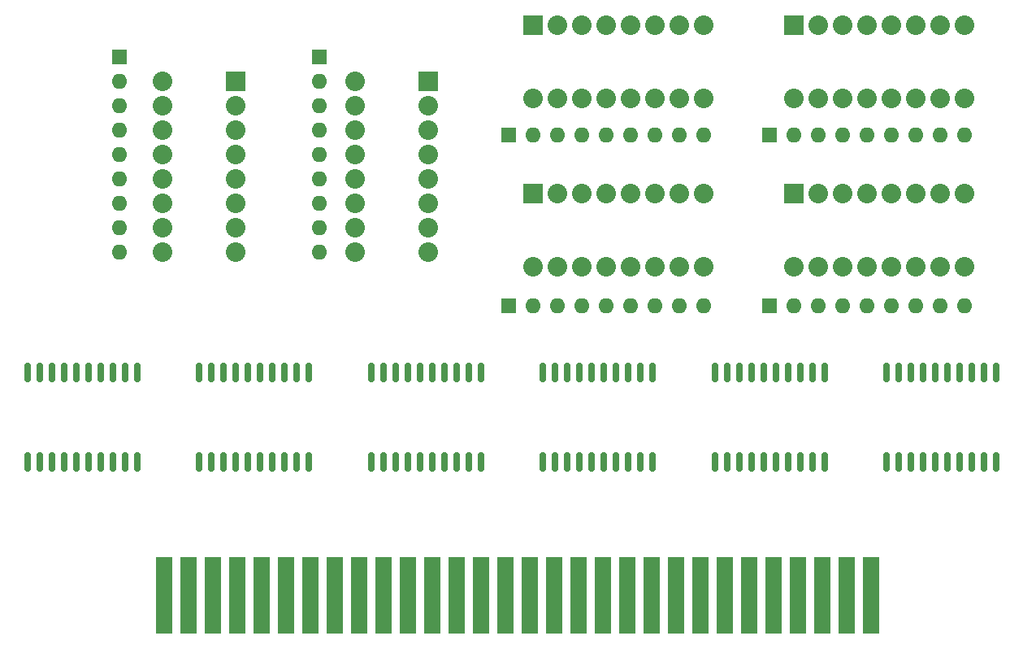
<source format=gbr>
%TF.GenerationSoftware,KiCad,Pcbnew,8.0.2*%
%TF.CreationDate,2025-01-11T19:36:36+01:00*%
%TF.ProjectId,bytecradle-6502-expansion-board,62797465-6372-4616-946c-652d36353032,rev?*%
%TF.SameCoordinates,Original*%
%TF.FileFunction,Soldermask,Bot*%
%TF.FilePolarity,Negative*%
%FSLAX46Y46*%
G04 Gerber Fmt 4.6, Leading zero omitted, Abs format (unit mm)*
G04 Created by KiCad (PCBNEW 8.0.2) date 2025-01-11 19:36:36*
%MOMM*%
%LPD*%
G01*
G04 APERTURE LIST*
G04 Aperture macros list*
%AMRoundRect*
0 Rectangle with rounded corners*
0 $1 Rounding radius*
0 $2 $3 $4 $5 $6 $7 $8 $9 X,Y pos of 4 corners*
0 Add a 4 corners polygon primitive as box body*
4,1,4,$2,$3,$4,$5,$6,$7,$8,$9,$2,$3,0*
0 Add four circle primitives for the rounded corners*
1,1,$1+$1,$2,$3*
1,1,$1+$1,$4,$5*
1,1,$1+$1,$6,$7*
1,1,$1+$1,$8,$9*
0 Add four rect primitives between the rounded corners*
20,1,$1+$1,$2,$3,$4,$5,0*
20,1,$1+$1,$4,$5,$6,$7,0*
20,1,$1+$1,$6,$7,$8,$9,0*
20,1,$1+$1,$8,$9,$2,$3,0*%
G04 Aperture macros list end*
%ADD10R,1.600000X1.600000*%
%ADD11O,1.600000X1.600000*%
%ADD12R,2.032000X2.032000*%
%ADD13C,2.032000*%
%ADD14R,1.800000X8.000000*%
%ADD15RoundRect,0.150000X-0.150000X0.875000X-0.150000X-0.875000X0.150000X-0.875000X0.150000X0.875000X0*%
G04 APERTURE END LIST*
D10*
%TO.C,RN6*%
X122174000Y-84328000D03*
D11*
X124714000Y-84328000D03*
X127254000Y-84328000D03*
X129794000Y-84328000D03*
X132334000Y-84328000D03*
X134874000Y-84328000D03*
X137414000Y-84328000D03*
X139954000Y-84328000D03*
X142494000Y-84328000D03*
%TD*%
D10*
%TO.C,RN5*%
X75291500Y-58420000D03*
D11*
X75291500Y-60960000D03*
X75291500Y-63500000D03*
X75291500Y-66040000D03*
X75291500Y-68580000D03*
X75291500Y-71120000D03*
X75291500Y-73660000D03*
X75291500Y-76200000D03*
X75291500Y-78740000D03*
%TD*%
D10*
%TO.C,RN4*%
X54463500Y-58420000D03*
D11*
X54463500Y-60960000D03*
X54463500Y-63500000D03*
X54463500Y-66040000D03*
X54463500Y-68580000D03*
X54463500Y-71120000D03*
X54463500Y-73660000D03*
X54463500Y-76200000D03*
X54463500Y-78740000D03*
%TD*%
D10*
%TO.C,RN3*%
X94996000Y-84328000D03*
D11*
X97536000Y-84328000D03*
X100076000Y-84328000D03*
X102616000Y-84328000D03*
X105156000Y-84328000D03*
X107696000Y-84328000D03*
X110236000Y-84328000D03*
X112776000Y-84328000D03*
X115316000Y-84328000D03*
%TD*%
D10*
%TO.C,RN2*%
X122174000Y-66548000D03*
D11*
X124714000Y-66548000D03*
X127254000Y-66548000D03*
X129794000Y-66548000D03*
X132334000Y-66548000D03*
X134874000Y-66548000D03*
X137414000Y-66548000D03*
X139954000Y-66548000D03*
X142494000Y-66548000D03*
%TD*%
D10*
%TO.C,RN1*%
X94996000Y-66548000D03*
D11*
X97536000Y-66548000D03*
X100076000Y-66548000D03*
X102616000Y-66548000D03*
X105156000Y-66548000D03*
X107696000Y-66548000D03*
X110236000Y-66548000D03*
X112776000Y-66548000D03*
X115316000Y-66548000D03*
%TD*%
D12*
%TO.C,BAR6*%
X124714000Y-72644000D03*
D13*
X127254000Y-72644000D03*
X129794000Y-72644000D03*
X132334000Y-72644000D03*
X134874000Y-72644000D03*
X137414000Y-72644000D03*
X139954000Y-72644000D03*
X142494000Y-72644000D03*
X142494000Y-80264000D03*
X139954000Y-80264000D03*
X137414000Y-80264000D03*
X134874000Y-80264000D03*
X132334000Y-80264000D03*
X129794000Y-80264000D03*
X127254000Y-80264000D03*
X124714000Y-80264000D03*
%TD*%
D12*
%TO.C,BAR5*%
X86614000Y-60960000D03*
D13*
X86614000Y-63500000D03*
X86614000Y-66040000D03*
X86614000Y-68580000D03*
X86614000Y-71120000D03*
X86614000Y-73660000D03*
X86614000Y-76200000D03*
X86614000Y-78740000D03*
X78994000Y-78740000D03*
X78994000Y-76200000D03*
X78994000Y-73660000D03*
X78994000Y-71120000D03*
X78994000Y-68580000D03*
X78994000Y-66040000D03*
X78994000Y-63500000D03*
X78994000Y-60960000D03*
%TD*%
D12*
%TO.C,BAR4*%
X66548000Y-60960000D03*
D13*
X66548000Y-63500000D03*
X66548000Y-66040000D03*
X66548000Y-68580000D03*
X66548000Y-71120000D03*
X66548000Y-73660000D03*
X66548000Y-76200000D03*
X66548000Y-78740000D03*
X58928000Y-78740000D03*
X58928000Y-76200000D03*
X58928000Y-73660000D03*
X58928000Y-71120000D03*
X58928000Y-68580000D03*
X58928000Y-66040000D03*
X58928000Y-63500000D03*
X58928000Y-60960000D03*
%TD*%
D12*
%TO.C,BAR3*%
X97536000Y-72644000D03*
D13*
X100076000Y-72644000D03*
X102616000Y-72644000D03*
X105156000Y-72644000D03*
X107696000Y-72644000D03*
X110236000Y-72644000D03*
X112776000Y-72644000D03*
X115316000Y-72644000D03*
X115316000Y-80264000D03*
X112776000Y-80264000D03*
X110236000Y-80264000D03*
X107696000Y-80264000D03*
X105156000Y-80264000D03*
X102616000Y-80264000D03*
X100076000Y-80264000D03*
X97536000Y-80264000D03*
%TD*%
D12*
%TO.C,BAR2*%
X124714000Y-55118000D03*
D13*
X127254000Y-55118000D03*
X129794000Y-55118000D03*
X132334000Y-55118000D03*
X134874000Y-55118000D03*
X137414000Y-55118000D03*
X139954000Y-55118000D03*
X142494000Y-55118000D03*
X142494000Y-62738000D03*
X139954000Y-62738000D03*
X137414000Y-62738000D03*
X134874000Y-62738000D03*
X132334000Y-62738000D03*
X129794000Y-62738000D03*
X127254000Y-62738000D03*
X124714000Y-62738000D03*
%TD*%
D12*
%TO.C,BAR1*%
X97536000Y-55118000D03*
D13*
X100076000Y-55118000D03*
X102616000Y-55118000D03*
X105156000Y-55118000D03*
X107696000Y-55118000D03*
X110236000Y-55118000D03*
X112776000Y-55118000D03*
X115316000Y-55118000D03*
X115316000Y-62738000D03*
X112776000Y-62738000D03*
X110236000Y-62738000D03*
X107696000Y-62738000D03*
X105156000Y-62738000D03*
X102616000Y-62738000D03*
X100076000Y-62738000D03*
X97536000Y-62738000D03*
%TD*%
D14*
%TO.C,J1*%
X132785000Y-114427000D03*
X130245000Y-114427000D03*
X127705000Y-114427000D03*
X125165000Y-114427000D03*
X122625000Y-114427000D03*
X120085000Y-114427000D03*
X117545000Y-114427000D03*
X115005000Y-114427000D03*
X112465000Y-114427000D03*
X109925000Y-114427000D03*
X107385000Y-114427000D03*
X104845000Y-114427000D03*
X102305000Y-114427000D03*
X99765000Y-114427000D03*
X97225000Y-114427000D03*
X94685000Y-114427000D03*
X92145000Y-114427000D03*
X89605000Y-114427000D03*
X87065000Y-114427000D03*
X84525000Y-114427000D03*
X81985000Y-114427000D03*
X79445000Y-114427000D03*
X76905000Y-114427000D03*
X74365000Y-114427000D03*
X71825000Y-114427000D03*
X69285000Y-114427000D03*
X66745000Y-114427000D03*
X64205000Y-114427000D03*
X61665000Y-114427000D03*
X59125000Y-114427000D03*
%TD*%
D15*
%TO.C,U4*%
X62738000Y-91284000D03*
X64008000Y-91284000D03*
X65278000Y-91284000D03*
X66548000Y-91284000D03*
X67818000Y-91284000D03*
X69088000Y-91284000D03*
X70358000Y-91284000D03*
X71628000Y-91284000D03*
X72898000Y-91284000D03*
X74168000Y-91284000D03*
X74168000Y-100584000D03*
X72898000Y-100584000D03*
X71628000Y-100584000D03*
X70358000Y-100584000D03*
X69088000Y-100584000D03*
X67818000Y-100584000D03*
X66548000Y-100584000D03*
X65278000Y-100584000D03*
X64008000Y-100584000D03*
X62738000Y-100584000D03*
%TD*%
%TO.C,U6*%
X134366000Y-91284000D03*
X135636000Y-91284000D03*
X136906000Y-91284000D03*
X138176000Y-91284000D03*
X139446000Y-91284000D03*
X140716000Y-91284000D03*
X141986000Y-91284000D03*
X143256000Y-91284000D03*
X144526000Y-91284000D03*
X145796000Y-91284000D03*
X145796000Y-100584000D03*
X144526000Y-100584000D03*
X143256000Y-100584000D03*
X141986000Y-100584000D03*
X140716000Y-100584000D03*
X139446000Y-100584000D03*
X138176000Y-100584000D03*
X136906000Y-100584000D03*
X135636000Y-100584000D03*
X134366000Y-100584000D03*
%TD*%
%TO.C,U5*%
X98552000Y-91284000D03*
X99822000Y-91284000D03*
X101092000Y-91284000D03*
X102362000Y-91284000D03*
X103632000Y-91284000D03*
X104902000Y-91284000D03*
X106172000Y-91284000D03*
X107442000Y-91284000D03*
X108712000Y-91284000D03*
X109982000Y-91284000D03*
X109982000Y-100584000D03*
X108712000Y-100584000D03*
X107442000Y-100584000D03*
X106172000Y-100584000D03*
X104902000Y-100584000D03*
X103632000Y-100584000D03*
X102362000Y-100584000D03*
X101092000Y-100584000D03*
X99822000Y-100584000D03*
X98552000Y-100584000D03*
%TD*%
%TO.C,U2*%
X44831000Y-91284000D03*
X46101000Y-91284000D03*
X47371000Y-91284000D03*
X48641000Y-91284000D03*
X49911000Y-91284000D03*
X51181000Y-91284000D03*
X52451000Y-91284000D03*
X53721000Y-91284000D03*
X54991000Y-91284000D03*
X56261000Y-91284000D03*
X56261000Y-100584000D03*
X54991000Y-100584000D03*
X53721000Y-100584000D03*
X52451000Y-100584000D03*
X51181000Y-100584000D03*
X49911000Y-100584000D03*
X48641000Y-100584000D03*
X47371000Y-100584000D03*
X46101000Y-100584000D03*
X44831000Y-100584000D03*
%TD*%
%TO.C,U1*%
X116459000Y-91284000D03*
X117729000Y-91284000D03*
X118999000Y-91284000D03*
X120269000Y-91284000D03*
X121539000Y-91284000D03*
X122809000Y-91284000D03*
X124079000Y-91284000D03*
X125349000Y-91284000D03*
X126619000Y-91284000D03*
X127889000Y-91284000D03*
X127889000Y-100584000D03*
X126619000Y-100584000D03*
X125349000Y-100584000D03*
X124079000Y-100584000D03*
X122809000Y-100584000D03*
X121539000Y-100584000D03*
X120269000Y-100584000D03*
X118999000Y-100584000D03*
X117729000Y-100584000D03*
X116459000Y-100584000D03*
%TD*%
%TO.C,U3*%
X80645000Y-91284000D03*
X81915000Y-91284000D03*
X83185000Y-91284000D03*
X84455000Y-91284000D03*
X85725000Y-91284000D03*
X86995000Y-91284000D03*
X88265000Y-91284000D03*
X89535000Y-91284000D03*
X90805000Y-91284000D03*
X92075000Y-91284000D03*
X92075000Y-100584000D03*
X90805000Y-100584000D03*
X89535000Y-100584000D03*
X88265000Y-100584000D03*
X86995000Y-100584000D03*
X85725000Y-100584000D03*
X84455000Y-100584000D03*
X83185000Y-100584000D03*
X81915000Y-100584000D03*
X80645000Y-100584000D03*
%TD*%
M02*

</source>
